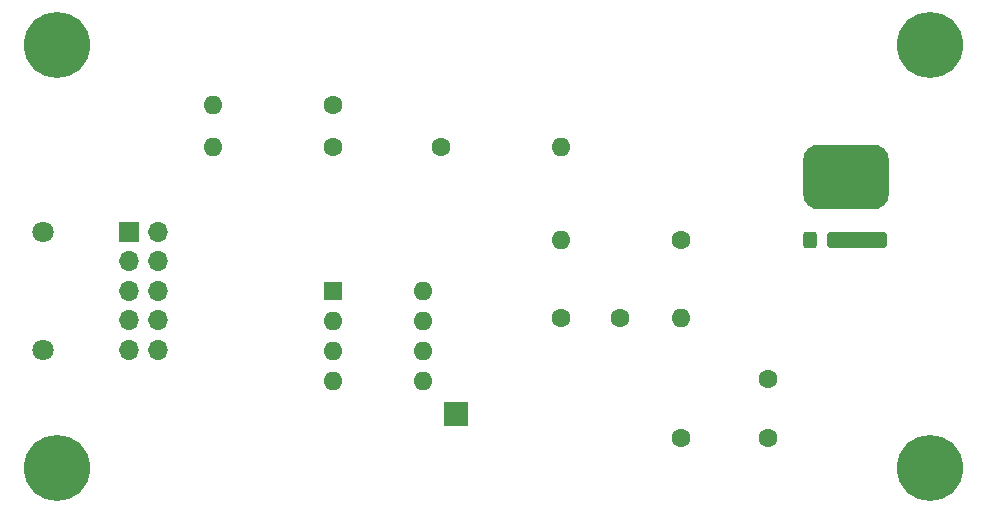
<source format=gts>
%TF.GenerationSoftware,KiCad,Pcbnew,7.0.2*%
%TF.CreationDate,2023-05-19T14:46:58-05:00*%
%TF.ProjectId,LED Driver,4c454420-4472-4697-9665-722e6b696361,v1a*%
%TF.SameCoordinates,Original*%
%TF.FileFunction,Soldermask,Top*%
%TF.FilePolarity,Negative*%
%FSLAX46Y46*%
G04 Gerber Fmt 4.6, Leading zero omitted, Abs format (unit mm)*
G04 Created by KiCad (PCBNEW 7.0.2) date 2023-05-19 14:46:58*
%MOMM*%
%LPD*%
G01*
G04 APERTURE LIST*
G04 Aperture macros list*
%AMRoundRect*
0 Rectangle with rounded corners*
0 $1 Rounding radius*
0 $2 $3 $4 $5 $6 $7 $8 $9 X,Y pos of 4 corners*
0 Add a 4 corners polygon primitive as box body*
4,1,4,$2,$3,$4,$5,$6,$7,$8,$9,$2,$3,0*
0 Add four circle primitives for the rounded corners*
1,1,$1+$1,$2,$3*
1,1,$1+$1,$4,$5*
1,1,$1+$1,$6,$7*
1,1,$1+$1,$8,$9*
0 Add four rect primitives between the rounded corners*
20,1,$1+$1,$2,$3,$4,$5,0*
20,1,$1+$1,$4,$5,$6,$7,0*
20,1,$1+$1,$6,$7,$8,$9,0*
20,1,$1+$1,$8,$9,$2,$3,0*%
G04 Aperture macros list end*
%ADD10C,1.600000*%
%ADD11O,1.600000X1.600000*%
%ADD12C,5.600000*%
%ADD13R,1.600000X1.600000*%
%ADD14R,2.000000X2.000000*%
%ADD15RoundRect,0.300000X-0.300000X-0.400000X0.300000X-0.400000X0.300000X0.400000X-0.300000X0.400000X0*%
%ADD16RoundRect,0.350000X-2.200000X-0.350000X2.200000X-0.350000X2.200000X0.350000X-2.200000X0.350000X0*%
%ADD17C,1.700000*%
%ADD18RoundRect,1.375000X-2.275000X-1.375000X2.275000X-1.375000X2.275000X1.375000X-2.275000X1.375000X0*%
%ADD19C,1.800000*%
%ADD20R,1.700000X1.700000*%
%ADD21O,1.700000X1.700000*%
G04 APERTURE END LIST*
D10*
%TO.C,C2*%
X122936000Y-71120000D03*
X122936000Y-66120000D03*
%TD*%
%TO.C,R1*%
X95250000Y-46482000D03*
D11*
X105410000Y-46482000D03*
%TD*%
D12*
%TO.C,J3*%
X62738000Y-37846000D03*
%TD*%
%TO.C,J4*%
X136652000Y-37846000D03*
%TD*%
D13*
%TO.C,U1*%
X86106000Y-58674000D03*
D11*
X86106000Y-61214000D03*
X86106000Y-63754000D03*
X86106000Y-66294000D03*
X93726000Y-66294000D03*
X93726000Y-63754000D03*
X93726000Y-61214000D03*
X93726000Y-58674000D03*
%TD*%
D10*
%TO.C,C1*%
X105410000Y-60960000D03*
X110410000Y-60960000D03*
%TD*%
D14*
%TO.C,J2*%
X96520000Y-69088000D03*
%TD*%
D12*
%TO.C,J5*%
X136652000Y-73660000D03*
%TD*%
D10*
%TO.C,R5*%
X86106000Y-46482000D03*
D11*
X75946000Y-46482000D03*
%TD*%
D15*
%TO.C,U2*%
X126540000Y-54372000D03*
D16*
X130540000Y-54372000D03*
D17*
X129540000Y-49022000D03*
D18*
X129540000Y-49022000D03*
%TD*%
D10*
%TO.C,R3*%
X115570000Y-54356000D03*
D11*
X105410000Y-54356000D03*
%TD*%
D19*
%TO.C,J1*%
X61584000Y-53674000D03*
X61584000Y-63674000D03*
D20*
X68834000Y-53674000D03*
D21*
X68834000Y-56174000D03*
X68834000Y-58674000D03*
X68834000Y-61174000D03*
X68834000Y-63674000D03*
X71334000Y-63674000D03*
X71334000Y-61174000D03*
X71334000Y-58674000D03*
X71334000Y-56174000D03*
X71334000Y-53674000D03*
%TD*%
D12*
%TO.C,J6*%
X62738000Y-73660000D03*
%TD*%
D10*
%TO.C,R6*%
X86106000Y-42926000D03*
D11*
X75946000Y-42926000D03*
%TD*%
D10*
%TO.C,R4*%
X115570000Y-71120000D03*
D11*
X115570000Y-60960000D03*
%TD*%
M02*

</source>
